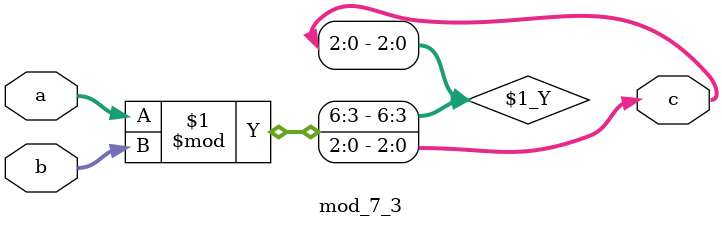
<source format=v>
module mod_7_3(a, b, c);
  input [6:0] a;
  input [2:0] b;
  output [2:0] c;

  assign c = a % b;

endmodule

</source>
